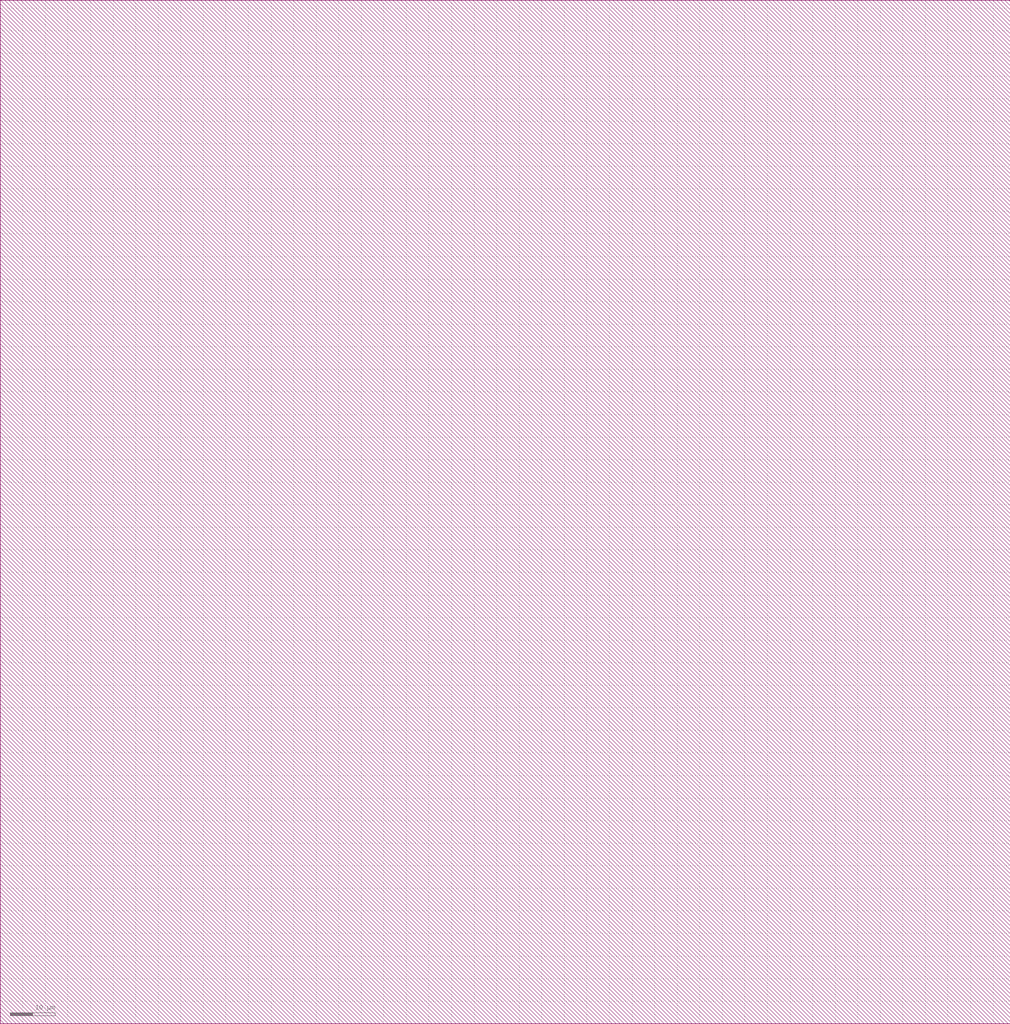
<source format=lef>
VERSION 5.6 ;

BUSBITCHARS "[]" ;

DIVIDERCHAR "/" ;

UNITS
    DATABASE MICRONS 1000 ;
END UNITS

MANUFACTURINGGRID 0.005000 ; 

CLEARANCEMEASURE EUCLIDEAN ; 

USEMINSPACING OBS ON ; 

SITE CoreSite
    CLASS CORE ;
    SIZE 0.600000 BY 0.300000 ;
END CoreSite

LAYER li
   TYPE ROUTING ;
   DIRECTION VERTICAL ;
   MINWIDTH 0.300000 ;
   AREA 0.056250 ;
   WIDTH 0.300000 ;
   SPACINGTABLE
      PARALLELRUNLENGTH 0.0
      WIDTH 0.0 0.225000 ;
   PITCH 0.600000 0.600000 ;
END li

LAYER mcon
    TYPE CUT ;
    SPACING 0.225000 ;
    WIDTH 0.300000 ;
    ENCLOSURE ABOVE 0.075000 0.075000 ;
    ENCLOSURE BELOW 0.000000 0.000000 ;
END mcon

LAYER met1
   TYPE ROUTING ;
   DIRECTION HORIZONTAL ;
   MINWIDTH 0.150000 ;
   AREA 0.084375 ;
   WIDTH 0.150000 ;
   SPACINGTABLE
      PARALLELRUNLENGTH 0.0
      WIDTH 0.0 0.150000 ;
   PITCH 0.300000 0.300000 ;
END met1

LAYER v1
    TYPE CUT ;
    SPACING 0.075000 ;
    WIDTH 0.300000 ;
    ENCLOSURE ABOVE 0.075000 0.075000 ;
    ENCLOSURE BELOW 0.075000 0.075000 ;
END v1

LAYER met2
   TYPE ROUTING ;
   DIRECTION VERTICAL ;
   MINWIDTH 0.150000 ;
   AREA 0.073125 ;
   WIDTH 0.150000 ;
   SPACINGTABLE
      PARALLELRUNLENGTH 0.0
      WIDTH 0.0 0.150000 ;
   PITCH 0.300000 0.300000 ;
END met2

LAYER v2
    TYPE CUT ;
    SPACING 0.150000 ;
    WIDTH 0.300000 ;
    ENCLOSURE ABOVE 0.075000 0.075000 ;
    ENCLOSURE BELOW 0.075000 0.000000 ;
END v2

LAYER met3
   TYPE ROUTING ;
   DIRECTION HORIZONTAL ;
   MINWIDTH 0.300000 ;
   AREA 0.241875 ;
   WIDTH 0.300000 ;
   SPACINGTABLE
      PARALLELRUNLENGTH 0.0
      WIDTH 0.0 0.300000 ;
   PITCH 0.600000 0.600000 ;
END met3

LAYER v3
    TYPE CUT ;
    SPACING 0.150000 ;
    WIDTH 0.450000 ;
    ENCLOSURE ABOVE 0.075000 0.075000 ;
    ENCLOSURE BELOW 0.075000 0.000000 ;
END v3

LAYER met4
   TYPE ROUTING ;
   DIRECTION VERTICAL ;
   MINWIDTH 0.300000 ;
   AREA 0.241875 ;
   WIDTH 0.300000 ;
   SPACINGTABLE
      PARALLELRUNLENGTH 0.0
      WIDTH 0.0 0.300000 ;
   PITCH 0.600000 0.600000 ;
END met4

LAYER v4
    TYPE CUT ;
    SPACING 0.450000 ;
    WIDTH 1.200000 ;
    ENCLOSURE ABOVE 0.150000 0.150000 ;
    ENCLOSURE BELOW 0.000000 0.000000 ;
END v4

LAYER met5
   TYPE ROUTING ;
   DIRECTION HORIZONTAL ;
   MINWIDTH 1.650000 ;
   AREA 4.005000 ;
   WIDTH 1.650000 ;
   SPACINGTABLE
      PARALLELRUNLENGTH 0.0
      WIDTH 0.0 1.650000 ;
   PITCH 3.300000 3.300000 ;
END met5

LAYER OVERLAP
   TYPE OVERLAP ;
END OVERLAP

VIA mcon_C DEFAULT
   LAYER li ;
     RECT -0.150000 -0.150000 0.150000 0.150000 ;
   LAYER mcon ;
     RECT -0.150000 -0.150000 0.150000 0.150000 ;
   LAYER met1 ;
     RECT -0.225000 -0.225000 0.225000 0.225000 ;
END mcon_C

VIA v1_C DEFAULT
   LAYER met1 ;
     RECT -0.225000 -0.225000 0.225000 0.225000 ;
   LAYER v1 ;
     RECT -0.150000 -0.150000 0.150000 0.150000 ;
   LAYER met2 ;
     RECT -0.225000 -0.225000 0.225000 0.225000 ;
END v1_C

VIA v2_C DEFAULT
   LAYER met2 ;
     RECT -0.150000 -0.225000 0.150000 0.225000 ;
   LAYER v2 ;
     RECT -0.150000 -0.150000 0.150000 0.150000 ;
   LAYER met3 ;
     RECT -0.225000 -0.225000 0.225000 0.225000 ;
END v2_C

VIA v2_Ch
   LAYER met2 ;
     RECT -0.225000 -0.150000 0.225000 0.150000 ;
   LAYER v2 ;
     RECT -0.150000 -0.150000 0.150000 0.150000 ;
   LAYER met3 ;
     RECT -0.225000 -0.225000 0.225000 0.225000 ;
END v2_Ch

VIA v2_Cv
   LAYER met2 ;
     RECT -0.150000 -0.225000 0.150000 0.225000 ;
   LAYER v2 ;
     RECT -0.150000 -0.150000 0.150000 0.150000 ;
   LAYER met3 ;
     RECT -0.225000 -0.225000 0.225000 0.225000 ;
END v2_Cv

VIA v3_C DEFAULT
   LAYER met3 ;
     RECT -0.300000 -0.225000 0.300000 0.225000 ;
   LAYER v3 ;
     RECT -0.225000 -0.225000 0.225000 0.225000 ;
   LAYER met4 ;
     RECT -0.300000 -0.300000 0.300000 0.300000 ;
END v3_C

VIA v3_Ch
   LAYER met3 ;
     RECT -0.300000 -0.225000 0.300000 0.225000 ;
   LAYER v3 ;
     RECT -0.225000 -0.225000 0.225000 0.225000 ;
   LAYER met4 ;
     RECT -0.300000 -0.300000 0.300000 0.300000 ;
END v3_Ch

VIA v3_Cv
   LAYER met3 ;
     RECT -0.300000 -0.225000 0.300000 0.225000 ;
   LAYER v3 ;
     RECT -0.225000 -0.225000 0.225000 0.225000 ;
   LAYER met4 ;
     RECT -0.300000 -0.300000 0.300000 0.300000 ;
END v3_Cv

VIA v4_C DEFAULT
   LAYER met4 ;
     RECT -0.600000 -0.600000 0.600000 0.600000 ;
   LAYER v4 ;
     RECT -0.600000 -0.600000 0.600000 0.600000 ;
   LAYER met5 ;
     RECT -0.750000 -0.750000 0.750000 0.750000 ;
END v4_C

MACRO _0_0cell_0_0gcelem2x0
    CLASS CORE ;
    FOREIGN _0_0cell_0_0gcelem2x0 0.000000 0.000000 ;
    ORIGIN 0.000000 0.000000 ;
    SIZE 6.600000 BY 3.600000 ;
    SYMMETRY X Y ;
    SITE CoreSite ;
    PIN in_50_6
        DIRECTION INPUT ;
        USE SIGNAL ;
        PORT
        LAYER li ;
        RECT 0.600000 2.775000 0.675000 3.000000 ;
        RECT 0.600000 2.700000 0.900000 2.775000 ;
        RECT 0.675000 3.000000 0.900000 3.075000 ;
        RECT 0.675000 2.775000 0.900000 3.000000 ;
        END
        ANTENNAGATEAREA 0.213750 ;
    END in_50_6
    PIN in_51_6
        DIRECTION INPUT ;
        USE SIGNAL ;
        PORT
        LAYER li ;
        RECT 2.400000 2.925000 2.700000 3.000000 ;
        RECT 2.400000 2.700000 2.775000 2.925000 ;
        RECT 2.775000 2.700000 3.000000 2.925000 ;
        RECT 3.000000 2.700000 3.075000 2.925000 ;
        END
        ANTENNAGATEAREA 0.213750 ;
    END in_51_6
    PIN out
        DIRECTION OUTPUT ;
        USE SIGNAL ;
        PORT
        LAYER li ;
        RECT 0.600000 0.375000 0.675000 0.600000 ;
        RECT 0.600000 0.300000 0.900000 0.375000 ;
        RECT 0.675000 0.375000 0.900000 0.600000 ;
        RECT 3.600000 0.750000 3.825000 0.900000 ;
        RECT 3.600000 0.525000 3.825000 0.750000 ;
        RECT 3.525000 1.800000 3.600000 2.025000 ;
        RECT 5.850000 0.375000 6.075000 0.600000 ;
        RECT 3.600000 1.800000 3.825000 2.025000 ;
        RECT 3.600000 1.125000 3.825000 1.800000 ;
        RECT 3.600000 0.900000 3.825000 1.125000 ;
        RECT 5.850000 0.600000 6.075000 1.350000 ;
        RECT 3.825000 1.800000 3.900000 2.025000 ;
        RECT 5.850000 1.575000 6.075000 1.650000 ;
        RECT 5.850000 1.350000 6.075000 1.575000 ;
        LAYER mcon ;
        RECT 0.675000 0.375000 0.900000 0.600000 ;
        RECT 3.600000 0.525000 3.825000 0.750000 ;
        RECT 5.850000 0.375000 6.075000 0.600000 ;
        LAYER met1 ;
        RECT 0.600000 0.600000 3.600000 0.675000 ;
        RECT 0.600000 0.375000 0.675000 0.600000 ;
        RECT 0.600000 0.300000 0.975000 0.375000 ;
        RECT 0.675000 0.375000 0.900000 0.600000 ;
        RECT 0.900000 0.525000 3.600000 0.600000 ;
        RECT 0.900000 0.375000 0.975000 0.525000 ;
        RECT 3.600000 0.525000 3.825000 0.750000 ;
        RECT 3.525000 0.450000 3.900000 0.525000 ;
        RECT 3.525000 0.750000 3.900000 0.825000 ;
        RECT 3.525000 0.675000 3.600000 0.750000 ;
        RECT 3.825000 0.675000 3.900000 0.750000 ;
        RECT 3.825000 0.600000 6.150000 0.675000 ;
        RECT 3.825000 0.525000 5.850000 0.600000 ;
        RECT 5.775000 0.375000 5.850000 0.525000 ;
        RECT 5.775000 0.300000 6.150000 0.375000 ;
        RECT 5.850000 0.375000 6.075000 0.600000 ;
        RECT 6.075000 0.375000 6.150000 0.600000 ;
        END
        ANTENNAGATEAREA 0.360000 ;
        ANTENNADIFFAREA 0.630000 ;
    END out
    PIN Vdd
        DIRECTION INPUT ;
        USE POWER ;
        PORT
        LAYER li ;
        RECT 0.600000 1.800000 0.675000 2.025000 ;
        RECT 0.675000 1.800000 0.900000 2.025000 ;
        RECT 0.675000 1.650000 0.975000 1.800000 ;
        RECT 0.675000 1.425000 1.800000 1.650000 ;
        RECT 0.900000 1.800000 0.975000 2.025000 ;
        RECT 1.575000 0.450000 1.800000 1.425000 ;
        RECT 1.575000 0.225000 1.800000 0.450000 ;
        RECT 1.575000 0.150000 1.800000 0.225000 ;
        RECT 4.500000 1.800000 4.575000 2.025000 ;
        RECT 4.575000 1.800000 4.800000 2.025000 ;
        RECT 4.800000 1.800000 4.875000 2.025000 ;
        RECT 4.200000 2.925000 4.500000 3.000000 ;
        RECT 4.200000 2.700000 4.275000 2.925000 ;
        RECT 4.275000 2.700000 4.500000 2.925000 ;
        LAYER mcon ;
        RECT 0.675000 1.800000 0.900000 2.025000 ;
        RECT 4.275000 2.700000 4.500000 2.925000 ;
        RECT 4.575000 1.800000 4.800000 2.025000 ;
        LAYER met1 ;
        RECT 0.600000 2.025000 0.975000 2.100000 ;
        RECT 0.600000 1.800000 0.675000 2.025000 ;
        RECT 0.600000 1.725000 0.975000 1.800000 ;
        RECT 0.675000 1.800000 0.900000 2.025000 ;
        RECT 0.900000 1.800000 4.575000 2.025000 ;
        RECT 4.200000 2.925000 4.575000 3.000000 ;
        RECT 4.200000 2.700000 4.275000 2.925000 ;
        RECT 4.575000 1.800000 4.800000 2.025000 ;
        RECT 4.275000 2.700000 4.500000 2.925000 ;
        RECT 4.800000 1.800000 4.875000 2.025000 ;
        RECT 4.500000 2.700000 4.575000 2.925000 ;
        RECT 4.200000 2.625000 4.575000 2.700000 ;
        RECT 4.275000 2.100000 4.425000 2.625000 ;
        RECT 4.275000 2.025000 4.875000 2.100000 ;
        RECT 4.500000 1.725000 4.875000 1.800000 ;
        END
        ANTENNAGATEAREA 0.945000 ;
        ANTENNADIFFAREA 0.472500 ;
    END Vdd
    PIN GND
        DIRECTION INPUT ;
        USE GROUND ;
        PORT
        LAYER li ;
        RECT 0.600000 0.900000 0.675000 1.125000 ;
        RECT 0.600000 0.825000 0.975000 0.900000 ;
        RECT 0.675000 1.125000 0.900000 1.200000 ;
        RECT 0.675000 0.900000 0.900000 1.125000 ;
        RECT 0.900000 0.900000 0.975000 1.125000 ;
        RECT 1.200000 2.700000 1.575000 2.775000 ;
        RECT 1.200000 2.475000 1.275000 2.700000 ;
        RECT 1.200000 2.400000 1.575000 2.475000 ;
        RECT 1.275000 2.475000 1.500000 2.700000 ;
        RECT 1.500000 2.475000 1.575000 2.700000 ;
        RECT 4.500000 1.125000 4.875000 1.200000 ;
        RECT 4.500000 0.900000 4.575000 1.125000 ;
        RECT 4.575000 0.900000 4.800000 1.125000 ;
        RECT 4.800000 0.900000 4.875000 1.125000 ;
        RECT 5.925000 2.625000 6.300000 3.000000 ;
        RECT 5.925000 2.400000 6.000000 2.625000 ;
        RECT 6.000000 2.400000 6.225000 2.625000 ;
        RECT 6.225000 2.400000 6.300000 2.625000 ;
        LAYER mcon ;
        RECT 0.675000 0.900000 0.900000 1.125000 ;
        RECT 1.275000 2.475000 1.500000 2.700000 ;
        RECT 4.575000 0.900000 4.800000 1.125000 ;
        RECT 6.000000 2.400000 6.225000 2.625000 ;
        LAYER met1 ;
        RECT 0.300000 2.250000 1.350000 2.400000 ;
        RECT 0.300000 1.125000 0.450000 2.250000 ;
        RECT 0.300000 0.975000 0.675000 1.125000 ;
        RECT 0.600000 0.900000 0.675000 0.975000 ;
        RECT 0.600000 0.825000 0.975000 0.900000 ;
        RECT 0.600000 1.125000 4.875000 1.200000 ;
        RECT 0.675000 0.900000 0.900000 1.125000 ;
        RECT 1.200000 2.700000 1.575000 2.775000 ;
        RECT 1.200000 2.475000 1.275000 2.700000 ;
        RECT 1.200000 2.400000 1.575000 2.475000 ;
        RECT 0.900000 1.050000 4.575000 1.125000 ;
        RECT 0.900000 0.900000 0.975000 1.050000 ;
        RECT 1.275000 2.475000 1.500000 2.700000 ;
        RECT 6.000000 1.125000 6.225000 2.325000 ;
        RECT 1.500000 2.475000 1.575000 2.700000 ;
        RECT 4.500000 0.900000 4.575000 1.050000 ;
        RECT 4.500000 0.825000 4.875000 0.900000 ;
        RECT 5.925000 2.625000 6.300000 3.000000 ;
        RECT 4.575000 0.900000 4.800000 1.125000 ;
        RECT 5.925000 2.400000 6.000000 2.625000 ;
        RECT 5.925000 2.325000 6.300000 2.400000 ;
        RECT 4.800000 0.900000 6.225000 1.125000 ;
        RECT 6.000000 2.400000 6.225000 2.625000 ;
        RECT 6.225000 2.400000 6.300000 2.625000 ;
        END
        ANTENNAGATEAREA 0.472500 ;
        ANTENNADIFFAREA 0.382500 ;
    END GND
    OBS
        LAYER li ;
        RECT 1.950000 2.250000 5.475000 2.475000 ;
        RECT 1.800000 2.850000 2.175000 2.925000 ;
        RECT 1.800000 2.625000 1.875000 2.850000 ;
        RECT 1.800000 2.550000 2.175000 2.625000 ;
        RECT 1.875000 2.625000 2.100000 2.850000 ;
        RECT 2.100000 2.625000 2.175000 2.850000 ;
        RECT 1.950000 2.475000 2.175000 2.550000 ;
        RECT 5.175000 1.725000 5.550000 1.800000 ;
        RECT 5.175000 1.125000 5.550000 1.200000 ;
        RECT 5.250000 1.200000 5.475000 1.725000 ;
        RECT 5.175000 2.100000 5.475000 2.250000 ;
        RECT 5.175000 2.025000 5.550000 2.100000 ;
        RECT 5.175000 1.800000 5.250000 2.025000 ;
        RECT 5.175000 0.900000 5.250000 1.125000 ;
        RECT 5.250000 1.800000 5.475000 2.025000 ;
        RECT 5.250000 0.900000 5.475000 1.125000 ;
        RECT 5.475000 1.800000 5.550000 2.025000 ;
        RECT 5.475000 0.900000 5.550000 1.125000 ;
    END
END _0_0cell_0_0gcelem2x0

MACRO welltap_svt
    CLASS CORE WELLTAP ;
    FOREIGN welltap_svt 0.000000 0.000000 ;
    ORIGIN 0.000000 0.000000 ;
    SIZE 1.200000 BY 2.100000 ;
    SYMMETRY X Y ;
    SITE CoreSite ;
    PIN Vdd
        DIRECTION INPUT ;
        USE POWER ;
        PORT
        LAYER li ;
        RECT 0.600000 1.500000 0.900000 1.800000 ;
        END
    END Vdd
    PIN GND
        DIRECTION INPUT ;
        USE GROUND ;
        PORT
        LAYER li ;
        RECT 0.600000 0.300000 0.900000 0.600000 ;
        END
    END GND
END welltap_svt

MACRO circuitppnp
   CLASS CORE ;
   FOREIGN circuitppnp 0.000000 0.000000 ;
   ORIGIN 0.000000 0.000000 ; 
   SIZE 223.800000 BY 226.800000 ; 
   SYMMETRY X Y ;
   SITE CoreSite ;
END circuitppnp

MACRO circuitwell
   CLASS CORE ;
   FOREIGN circuitwell 0.000000 0.000000 ;
   ORIGIN 0.000000 0.000000 ; 
   SIZE 223.800000 BY 226.800000 ; 
   SYMMETRY X Y ;
   SITE CoreSite ;
END circuitwell


</source>
